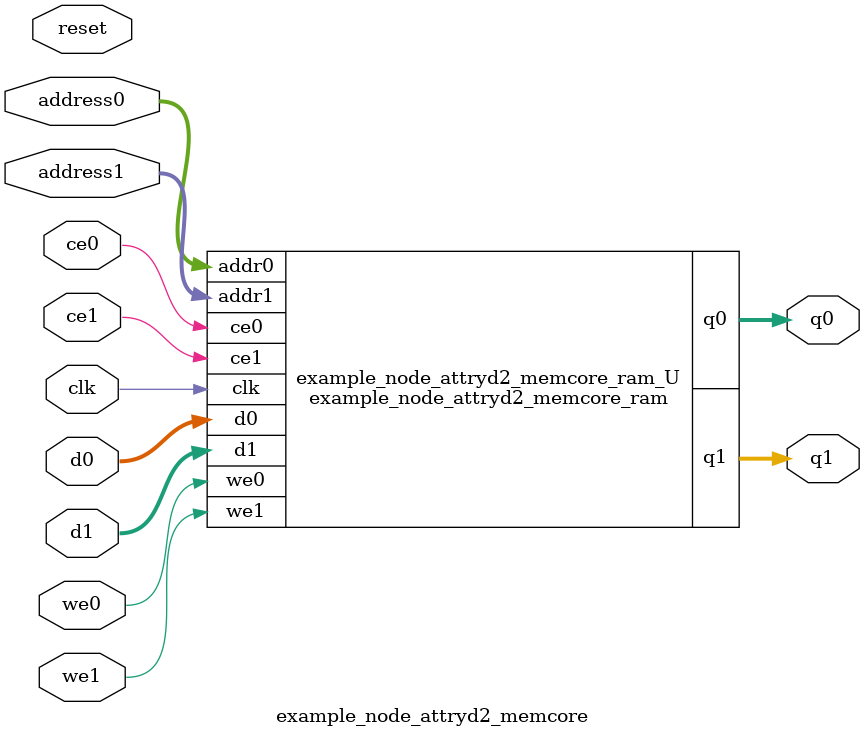
<source format=v>
`timescale 1 ns / 1 ps
module example_node_attryd2_memcore_ram (addr0, ce0, d0, we0, q0, addr1, ce1, d1, we1, q1,  clk);

parameter DWIDTH = 14;
parameter AWIDTH = 6;
parameter MEM_SIZE = 60;

input[AWIDTH-1:0] addr0;
input ce0;
input[DWIDTH-1:0] d0;
input we0;
output reg[DWIDTH-1:0] q0;
input[AWIDTH-1:0] addr1;
input ce1;
input[DWIDTH-1:0] d1;
input we1;
output reg[DWIDTH-1:0] q1;
input clk;

(* ram_style = "block" *)reg [DWIDTH-1:0] ram[0:MEM_SIZE-1];




always @(posedge clk)  
begin 
    if (ce0) begin
        if (we0) 
            ram[addr0] <= d0; 
        q0 <= ram[addr0];
    end
end


always @(posedge clk)  
begin 
    if (ce1) begin
        if (we1) 
            ram[addr1] <= d1; 
        q1 <= ram[addr1];
    end
end


endmodule

`timescale 1 ns / 1 ps
module example_node_attryd2_memcore(
    reset,
    clk,
    address0,
    ce0,
    we0,
    d0,
    q0,
    address1,
    ce1,
    we1,
    d1,
    q1);

parameter DataWidth = 32'd14;
parameter AddressRange = 32'd60;
parameter AddressWidth = 32'd6;
input reset;
input clk;
input[AddressWidth - 1:0] address0;
input ce0;
input we0;
input[DataWidth - 1:0] d0;
output[DataWidth - 1:0] q0;
input[AddressWidth - 1:0] address1;
input ce1;
input we1;
input[DataWidth - 1:0] d1;
output[DataWidth - 1:0] q1;



example_node_attryd2_memcore_ram example_node_attryd2_memcore_ram_U(
    .clk( clk ),
    .addr0( address0 ),
    .ce0( ce0 ),
    .we0( we0 ),
    .d0( d0 ),
    .q0( q0 ),
    .addr1( address1 ),
    .ce1( ce1 ),
    .we1( we1 ),
    .d1( d1 ),
    .q1( q1 ));

endmodule


</source>
